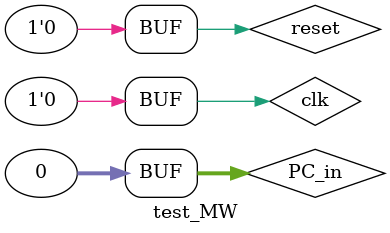
<source format=v>
`timescale 1ns / 1ps


module test_MW;

	// Inputs
	reg clk;
	reg reset;
	reg [31:0] PC_in;

	// Outputs
	wire [31:0] PC_out;

	// Instantiate the Unit Under Test (UUT)
	pipe_pc_MW uut (
		.clk(clk), 
		.reset(reset), 
		.PC_in(PC_in), 
		.PC_out(PC_out)
	);

	initial begin
		// Initialize Inputs
		clk = 0;
		reset = 0;
		PC_in = 0;

		// Wait 100 ns for global reset to finish
		#100;
        
		// Add stimulus here

	end
      
endmodule


</source>
